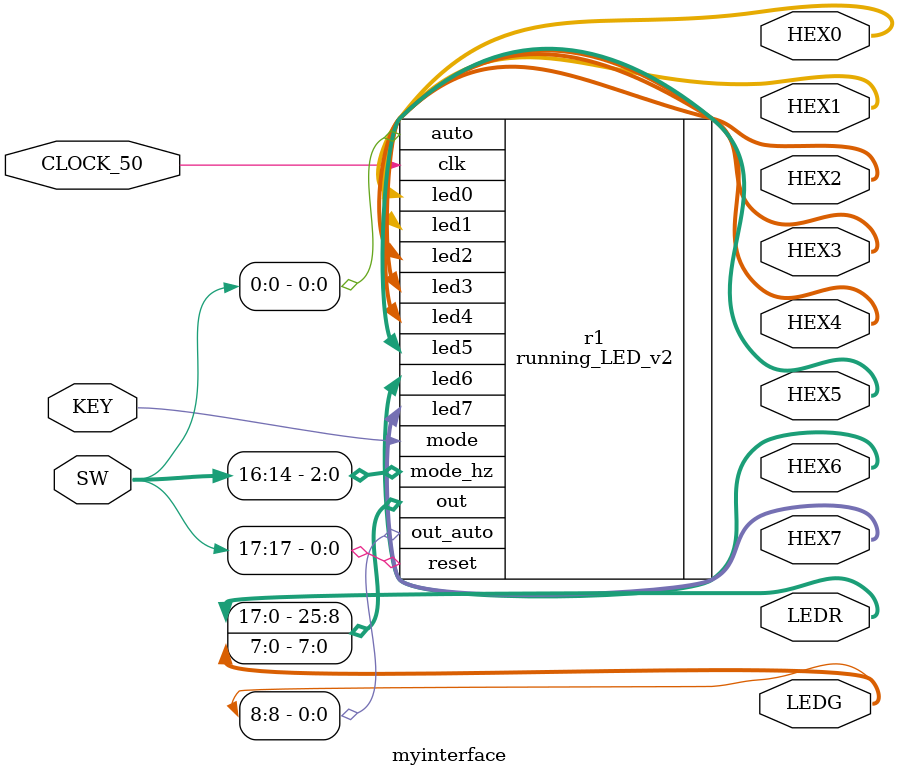
<source format=v>
module myinterface( 
   input [17:0] SW,//[2:0] SW: mode 
	                //[3:3] SW: mode auto
	                //[17:17] SW: reset
	                //[16:14] SW: mode_hz

	input CLOCK_50,
	input [0:0] KEY,
	output [17:0] LEDR,
	output [8:0] LEDG,
	output [0:6] HEX7,
   output [0:6] HEX6,
   output [0:6] HEX5,
   output [0:6] HEX4,
   output [0:6] HEX3,
   output [0:6] HEX2,
   output [0:6] HEX1,
   output [0:6] HEX0
	);
	
	running_LED_v2 r1(
	.mode(KEY[0]), 
	.mode_hz(SW[16:14]), 
	.auto(SW[0]), 
	.clk(CLOCK_50), 
	.reset(SW[17]), 
	.out({LEDR,LEDG[7:0]}),
	.led7(HEX7), 
	.led6(HEX6), 
	.led5(HEX5), 
	.led4(HEX4),
	.led3(HEX3), 
	.led2(HEX2), 
	.led1(HEX1), 
	.led0(HEX0),
	.out_auto(LEDG[8])
	);
endmodule
</source>
